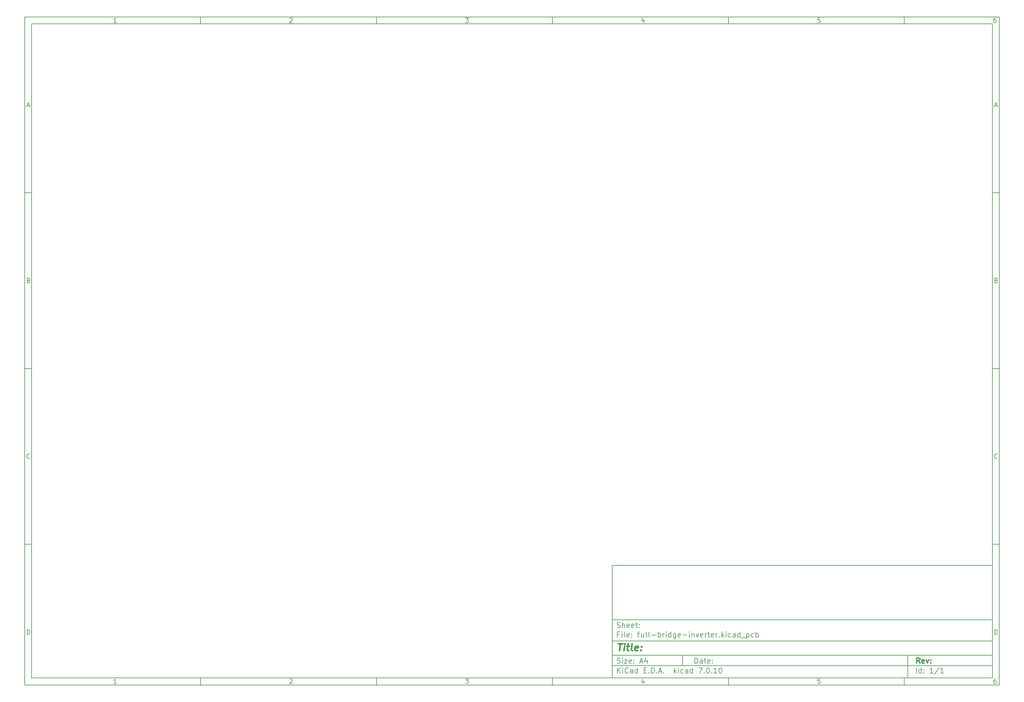
<source format=gbr>
%TF.GenerationSoftware,KiCad,Pcbnew,7.0.10*%
%TF.CreationDate,2024-06-15T06:46:59+07:00*%
%TF.ProjectId,full-bridge-inverter,66756c6c-2d62-4726-9964-67652d696e76,rev?*%
%TF.SameCoordinates,Original*%
%TF.FileFunction,Legend,Bot*%
%TF.FilePolarity,Positive*%
%FSLAX46Y46*%
G04 Gerber Fmt 4.6, Leading zero omitted, Abs format (unit mm)*
G04 Created by KiCad (PCBNEW 7.0.10) date 2024-06-15 06:46:59*
%MOMM*%
%LPD*%
G01*
G04 APERTURE LIST*
%ADD10C,0.100000*%
%ADD11C,0.150000*%
%ADD12C,0.300000*%
%ADD13C,0.400000*%
G04 APERTURE END LIST*
D10*
D11*
X177002200Y-166007200D02*
X285002200Y-166007200D01*
X285002200Y-198007200D01*
X177002200Y-198007200D01*
X177002200Y-166007200D01*
D10*
D11*
X10000000Y-10000000D02*
X287002200Y-10000000D01*
X287002200Y-200007200D01*
X10000000Y-200007200D01*
X10000000Y-10000000D01*
D10*
D11*
X12000000Y-12000000D02*
X285002200Y-12000000D01*
X285002200Y-198007200D01*
X12000000Y-198007200D01*
X12000000Y-12000000D01*
D10*
D11*
X60000000Y-12000000D02*
X60000000Y-10000000D01*
D10*
D11*
X110000000Y-12000000D02*
X110000000Y-10000000D01*
D10*
D11*
X160000000Y-12000000D02*
X160000000Y-10000000D01*
D10*
D11*
X210000000Y-12000000D02*
X210000000Y-10000000D01*
D10*
D11*
X260000000Y-12000000D02*
X260000000Y-10000000D01*
D10*
D11*
X36089160Y-11593604D02*
X35346303Y-11593604D01*
X35717731Y-11593604D02*
X35717731Y-10293604D01*
X35717731Y-10293604D02*
X35593922Y-10479319D01*
X35593922Y-10479319D02*
X35470112Y-10603128D01*
X35470112Y-10603128D02*
X35346303Y-10665033D01*
D10*
D11*
X85346303Y-10417414D02*
X85408207Y-10355509D01*
X85408207Y-10355509D02*
X85532017Y-10293604D01*
X85532017Y-10293604D02*
X85841541Y-10293604D01*
X85841541Y-10293604D02*
X85965350Y-10355509D01*
X85965350Y-10355509D02*
X86027255Y-10417414D01*
X86027255Y-10417414D02*
X86089160Y-10541223D01*
X86089160Y-10541223D02*
X86089160Y-10665033D01*
X86089160Y-10665033D02*
X86027255Y-10850747D01*
X86027255Y-10850747D02*
X85284398Y-11593604D01*
X85284398Y-11593604D02*
X86089160Y-11593604D01*
D10*
D11*
X135284398Y-10293604D02*
X136089160Y-10293604D01*
X136089160Y-10293604D02*
X135655826Y-10788842D01*
X135655826Y-10788842D02*
X135841541Y-10788842D01*
X135841541Y-10788842D02*
X135965350Y-10850747D01*
X135965350Y-10850747D02*
X136027255Y-10912652D01*
X136027255Y-10912652D02*
X136089160Y-11036461D01*
X136089160Y-11036461D02*
X136089160Y-11345985D01*
X136089160Y-11345985D02*
X136027255Y-11469795D01*
X136027255Y-11469795D02*
X135965350Y-11531700D01*
X135965350Y-11531700D02*
X135841541Y-11593604D01*
X135841541Y-11593604D02*
X135470112Y-11593604D01*
X135470112Y-11593604D02*
X135346303Y-11531700D01*
X135346303Y-11531700D02*
X135284398Y-11469795D01*
D10*
D11*
X185965350Y-10726938D02*
X185965350Y-11593604D01*
X185655826Y-10231700D02*
X185346303Y-11160271D01*
X185346303Y-11160271D02*
X186151064Y-11160271D01*
D10*
D11*
X236027255Y-10293604D02*
X235408207Y-10293604D01*
X235408207Y-10293604D02*
X235346303Y-10912652D01*
X235346303Y-10912652D02*
X235408207Y-10850747D01*
X235408207Y-10850747D02*
X235532017Y-10788842D01*
X235532017Y-10788842D02*
X235841541Y-10788842D01*
X235841541Y-10788842D02*
X235965350Y-10850747D01*
X235965350Y-10850747D02*
X236027255Y-10912652D01*
X236027255Y-10912652D02*
X236089160Y-11036461D01*
X236089160Y-11036461D02*
X236089160Y-11345985D01*
X236089160Y-11345985D02*
X236027255Y-11469795D01*
X236027255Y-11469795D02*
X235965350Y-11531700D01*
X235965350Y-11531700D02*
X235841541Y-11593604D01*
X235841541Y-11593604D02*
X235532017Y-11593604D01*
X235532017Y-11593604D02*
X235408207Y-11531700D01*
X235408207Y-11531700D02*
X235346303Y-11469795D01*
D10*
D11*
X285965350Y-10293604D02*
X285717731Y-10293604D01*
X285717731Y-10293604D02*
X285593922Y-10355509D01*
X285593922Y-10355509D02*
X285532017Y-10417414D01*
X285532017Y-10417414D02*
X285408207Y-10603128D01*
X285408207Y-10603128D02*
X285346303Y-10850747D01*
X285346303Y-10850747D02*
X285346303Y-11345985D01*
X285346303Y-11345985D02*
X285408207Y-11469795D01*
X285408207Y-11469795D02*
X285470112Y-11531700D01*
X285470112Y-11531700D02*
X285593922Y-11593604D01*
X285593922Y-11593604D02*
X285841541Y-11593604D01*
X285841541Y-11593604D02*
X285965350Y-11531700D01*
X285965350Y-11531700D02*
X286027255Y-11469795D01*
X286027255Y-11469795D02*
X286089160Y-11345985D01*
X286089160Y-11345985D02*
X286089160Y-11036461D01*
X286089160Y-11036461D02*
X286027255Y-10912652D01*
X286027255Y-10912652D02*
X285965350Y-10850747D01*
X285965350Y-10850747D02*
X285841541Y-10788842D01*
X285841541Y-10788842D02*
X285593922Y-10788842D01*
X285593922Y-10788842D02*
X285470112Y-10850747D01*
X285470112Y-10850747D02*
X285408207Y-10912652D01*
X285408207Y-10912652D02*
X285346303Y-11036461D01*
D10*
D11*
X60000000Y-198007200D02*
X60000000Y-200007200D01*
D10*
D11*
X110000000Y-198007200D02*
X110000000Y-200007200D01*
D10*
D11*
X160000000Y-198007200D02*
X160000000Y-200007200D01*
D10*
D11*
X210000000Y-198007200D02*
X210000000Y-200007200D01*
D10*
D11*
X260000000Y-198007200D02*
X260000000Y-200007200D01*
D10*
D11*
X36089160Y-199600804D02*
X35346303Y-199600804D01*
X35717731Y-199600804D02*
X35717731Y-198300804D01*
X35717731Y-198300804D02*
X35593922Y-198486519D01*
X35593922Y-198486519D02*
X35470112Y-198610328D01*
X35470112Y-198610328D02*
X35346303Y-198672233D01*
D10*
D11*
X85346303Y-198424614D02*
X85408207Y-198362709D01*
X85408207Y-198362709D02*
X85532017Y-198300804D01*
X85532017Y-198300804D02*
X85841541Y-198300804D01*
X85841541Y-198300804D02*
X85965350Y-198362709D01*
X85965350Y-198362709D02*
X86027255Y-198424614D01*
X86027255Y-198424614D02*
X86089160Y-198548423D01*
X86089160Y-198548423D02*
X86089160Y-198672233D01*
X86089160Y-198672233D02*
X86027255Y-198857947D01*
X86027255Y-198857947D02*
X85284398Y-199600804D01*
X85284398Y-199600804D02*
X86089160Y-199600804D01*
D10*
D11*
X135284398Y-198300804D02*
X136089160Y-198300804D01*
X136089160Y-198300804D02*
X135655826Y-198796042D01*
X135655826Y-198796042D02*
X135841541Y-198796042D01*
X135841541Y-198796042D02*
X135965350Y-198857947D01*
X135965350Y-198857947D02*
X136027255Y-198919852D01*
X136027255Y-198919852D02*
X136089160Y-199043661D01*
X136089160Y-199043661D02*
X136089160Y-199353185D01*
X136089160Y-199353185D02*
X136027255Y-199476995D01*
X136027255Y-199476995D02*
X135965350Y-199538900D01*
X135965350Y-199538900D02*
X135841541Y-199600804D01*
X135841541Y-199600804D02*
X135470112Y-199600804D01*
X135470112Y-199600804D02*
X135346303Y-199538900D01*
X135346303Y-199538900D02*
X135284398Y-199476995D01*
D10*
D11*
X185965350Y-198734138D02*
X185965350Y-199600804D01*
X185655826Y-198238900D02*
X185346303Y-199167471D01*
X185346303Y-199167471D02*
X186151064Y-199167471D01*
D10*
D11*
X236027255Y-198300804D02*
X235408207Y-198300804D01*
X235408207Y-198300804D02*
X235346303Y-198919852D01*
X235346303Y-198919852D02*
X235408207Y-198857947D01*
X235408207Y-198857947D02*
X235532017Y-198796042D01*
X235532017Y-198796042D02*
X235841541Y-198796042D01*
X235841541Y-198796042D02*
X235965350Y-198857947D01*
X235965350Y-198857947D02*
X236027255Y-198919852D01*
X236027255Y-198919852D02*
X236089160Y-199043661D01*
X236089160Y-199043661D02*
X236089160Y-199353185D01*
X236089160Y-199353185D02*
X236027255Y-199476995D01*
X236027255Y-199476995D02*
X235965350Y-199538900D01*
X235965350Y-199538900D02*
X235841541Y-199600804D01*
X235841541Y-199600804D02*
X235532017Y-199600804D01*
X235532017Y-199600804D02*
X235408207Y-199538900D01*
X235408207Y-199538900D02*
X235346303Y-199476995D01*
D10*
D11*
X285965350Y-198300804D02*
X285717731Y-198300804D01*
X285717731Y-198300804D02*
X285593922Y-198362709D01*
X285593922Y-198362709D02*
X285532017Y-198424614D01*
X285532017Y-198424614D02*
X285408207Y-198610328D01*
X285408207Y-198610328D02*
X285346303Y-198857947D01*
X285346303Y-198857947D02*
X285346303Y-199353185D01*
X285346303Y-199353185D02*
X285408207Y-199476995D01*
X285408207Y-199476995D02*
X285470112Y-199538900D01*
X285470112Y-199538900D02*
X285593922Y-199600804D01*
X285593922Y-199600804D02*
X285841541Y-199600804D01*
X285841541Y-199600804D02*
X285965350Y-199538900D01*
X285965350Y-199538900D02*
X286027255Y-199476995D01*
X286027255Y-199476995D02*
X286089160Y-199353185D01*
X286089160Y-199353185D02*
X286089160Y-199043661D01*
X286089160Y-199043661D02*
X286027255Y-198919852D01*
X286027255Y-198919852D02*
X285965350Y-198857947D01*
X285965350Y-198857947D02*
X285841541Y-198796042D01*
X285841541Y-198796042D02*
X285593922Y-198796042D01*
X285593922Y-198796042D02*
X285470112Y-198857947D01*
X285470112Y-198857947D02*
X285408207Y-198919852D01*
X285408207Y-198919852D02*
X285346303Y-199043661D01*
D10*
D11*
X10000000Y-60000000D02*
X12000000Y-60000000D01*
D10*
D11*
X10000000Y-110000000D02*
X12000000Y-110000000D01*
D10*
D11*
X10000000Y-160000000D02*
X12000000Y-160000000D01*
D10*
D11*
X10690476Y-35222176D02*
X11309523Y-35222176D01*
X10566666Y-35593604D02*
X10999999Y-34293604D01*
X10999999Y-34293604D02*
X11433333Y-35593604D01*
D10*
D11*
X11092857Y-84912652D02*
X11278571Y-84974557D01*
X11278571Y-84974557D02*
X11340476Y-85036461D01*
X11340476Y-85036461D02*
X11402380Y-85160271D01*
X11402380Y-85160271D02*
X11402380Y-85345985D01*
X11402380Y-85345985D02*
X11340476Y-85469795D01*
X11340476Y-85469795D02*
X11278571Y-85531700D01*
X11278571Y-85531700D02*
X11154761Y-85593604D01*
X11154761Y-85593604D02*
X10659523Y-85593604D01*
X10659523Y-85593604D02*
X10659523Y-84293604D01*
X10659523Y-84293604D02*
X11092857Y-84293604D01*
X11092857Y-84293604D02*
X11216666Y-84355509D01*
X11216666Y-84355509D02*
X11278571Y-84417414D01*
X11278571Y-84417414D02*
X11340476Y-84541223D01*
X11340476Y-84541223D02*
X11340476Y-84665033D01*
X11340476Y-84665033D02*
X11278571Y-84788842D01*
X11278571Y-84788842D02*
X11216666Y-84850747D01*
X11216666Y-84850747D02*
X11092857Y-84912652D01*
X11092857Y-84912652D02*
X10659523Y-84912652D01*
D10*
D11*
X11402380Y-135469795D02*
X11340476Y-135531700D01*
X11340476Y-135531700D02*
X11154761Y-135593604D01*
X11154761Y-135593604D02*
X11030952Y-135593604D01*
X11030952Y-135593604D02*
X10845238Y-135531700D01*
X10845238Y-135531700D02*
X10721428Y-135407890D01*
X10721428Y-135407890D02*
X10659523Y-135284080D01*
X10659523Y-135284080D02*
X10597619Y-135036461D01*
X10597619Y-135036461D02*
X10597619Y-134850747D01*
X10597619Y-134850747D02*
X10659523Y-134603128D01*
X10659523Y-134603128D02*
X10721428Y-134479319D01*
X10721428Y-134479319D02*
X10845238Y-134355509D01*
X10845238Y-134355509D02*
X11030952Y-134293604D01*
X11030952Y-134293604D02*
X11154761Y-134293604D01*
X11154761Y-134293604D02*
X11340476Y-134355509D01*
X11340476Y-134355509D02*
X11402380Y-134417414D01*
D10*
D11*
X10659523Y-185593604D02*
X10659523Y-184293604D01*
X10659523Y-184293604D02*
X10969047Y-184293604D01*
X10969047Y-184293604D02*
X11154761Y-184355509D01*
X11154761Y-184355509D02*
X11278571Y-184479319D01*
X11278571Y-184479319D02*
X11340476Y-184603128D01*
X11340476Y-184603128D02*
X11402380Y-184850747D01*
X11402380Y-184850747D02*
X11402380Y-185036461D01*
X11402380Y-185036461D02*
X11340476Y-185284080D01*
X11340476Y-185284080D02*
X11278571Y-185407890D01*
X11278571Y-185407890D02*
X11154761Y-185531700D01*
X11154761Y-185531700D02*
X10969047Y-185593604D01*
X10969047Y-185593604D02*
X10659523Y-185593604D01*
D10*
D11*
X287002200Y-60000000D02*
X285002200Y-60000000D01*
D10*
D11*
X287002200Y-110000000D02*
X285002200Y-110000000D01*
D10*
D11*
X287002200Y-160000000D02*
X285002200Y-160000000D01*
D10*
D11*
X285692676Y-35222176D02*
X286311723Y-35222176D01*
X285568866Y-35593604D02*
X286002199Y-34293604D01*
X286002199Y-34293604D02*
X286435533Y-35593604D01*
D10*
D11*
X286095057Y-84912652D02*
X286280771Y-84974557D01*
X286280771Y-84974557D02*
X286342676Y-85036461D01*
X286342676Y-85036461D02*
X286404580Y-85160271D01*
X286404580Y-85160271D02*
X286404580Y-85345985D01*
X286404580Y-85345985D02*
X286342676Y-85469795D01*
X286342676Y-85469795D02*
X286280771Y-85531700D01*
X286280771Y-85531700D02*
X286156961Y-85593604D01*
X286156961Y-85593604D02*
X285661723Y-85593604D01*
X285661723Y-85593604D02*
X285661723Y-84293604D01*
X285661723Y-84293604D02*
X286095057Y-84293604D01*
X286095057Y-84293604D02*
X286218866Y-84355509D01*
X286218866Y-84355509D02*
X286280771Y-84417414D01*
X286280771Y-84417414D02*
X286342676Y-84541223D01*
X286342676Y-84541223D02*
X286342676Y-84665033D01*
X286342676Y-84665033D02*
X286280771Y-84788842D01*
X286280771Y-84788842D02*
X286218866Y-84850747D01*
X286218866Y-84850747D02*
X286095057Y-84912652D01*
X286095057Y-84912652D02*
X285661723Y-84912652D01*
D10*
D11*
X286404580Y-135469795D02*
X286342676Y-135531700D01*
X286342676Y-135531700D02*
X286156961Y-135593604D01*
X286156961Y-135593604D02*
X286033152Y-135593604D01*
X286033152Y-135593604D02*
X285847438Y-135531700D01*
X285847438Y-135531700D02*
X285723628Y-135407890D01*
X285723628Y-135407890D02*
X285661723Y-135284080D01*
X285661723Y-135284080D02*
X285599819Y-135036461D01*
X285599819Y-135036461D02*
X285599819Y-134850747D01*
X285599819Y-134850747D02*
X285661723Y-134603128D01*
X285661723Y-134603128D02*
X285723628Y-134479319D01*
X285723628Y-134479319D02*
X285847438Y-134355509D01*
X285847438Y-134355509D02*
X286033152Y-134293604D01*
X286033152Y-134293604D02*
X286156961Y-134293604D01*
X286156961Y-134293604D02*
X286342676Y-134355509D01*
X286342676Y-134355509D02*
X286404580Y-134417414D01*
D10*
D11*
X285661723Y-185593604D02*
X285661723Y-184293604D01*
X285661723Y-184293604D02*
X285971247Y-184293604D01*
X285971247Y-184293604D02*
X286156961Y-184355509D01*
X286156961Y-184355509D02*
X286280771Y-184479319D01*
X286280771Y-184479319D02*
X286342676Y-184603128D01*
X286342676Y-184603128D02*
X286404580Y-184850747D01*
X286404580Y-184850747D02*
X286404580Y-185036461D01*
X286404580Y-185036461D02*
X286342676Y-185284080D01*
X286342676Y-185284080D02*
X286280771Y-185407890D01*
X286280771Y-185407890D02*
X286156961Y-185531700D01*
X286156961Y-185531700D02*
X285971247Y-185593604D01*
X285971247Y-185593604D02*
X285661723Y-185593604D01*
D10*
D11*
X200458026Y-193793328D02*
X200458026Y-192293328D01*
X200458026Y-192293328D02*
X200815169Y-192293328D01*
X200815169Y-192293328D02*
X201029455Y-192364757D01*
X201029455Y-192364757D02*
X201172312Y-192507614D01*
X201172312Y-192507614D02*
X201243741Y-192650471D01*
X201243741Y-192650471D02*
X201315169Y-192936185D01*
X201315169Y-192936185D02*
X201315169Y-193150471D01*
X201315169Y-193150471D02*
X201243741Y-193436185D01*
X201243741Y-193436185D02*
X201172312Y-193579042D01*
X201172312Y-193579042D02*
X201029455Y-193721900D01*
X201029455Y-193721900D02*
X200815169Y-193793328D01*
X200815169Y-193793328D02*
X200458026Y-193793328D01*
X202600884Y-193793328D02*
X202600884Y-193007614D01*
X202600884Y-193007614D02*
X202529455Y-192864757D01*
X202529455Y-192864757D02*
X202386598Y-192793328D01*
X202386598Y-192793328D02*
X202100884Y-192793328D01*
X202100884Y-192793328D02*
X201958026Y-192864757D01*
X202600884Y-193721900D02*
X202458026Y-193793328D01*
X202458026Y-193793328D02*
X202100884Y-193793328D01*
X202100884Y-193793328D02*
X201958026Y-193721900D01*
X201958026Y-193721900D02*
X201886598Y-193579042D01*
X201886598Y-193579042D02*
X201886598Y-193436185D01*
X201886598Y-193436185D02*
X201958026Y-193293328D01*
X201958026Y-193293328D02*
X202100884Y-193221900D01*
X202100884Y-193221900D02*
X202458026Y-193221900D01*
X202458026Y-193221900D02*
X202600884Y-193150471D01*
X203100884Y-192793328D02*
X203672312Y-192793328D01*
X203315169Y-192293328D02*
X203315169Y-193579042D01*
X203315169Y-193579042D02*
X203386598Y-193721900D01*
X203386598Y-193721900D02*
X203529455Y-193793328D01*
X203529455Y-193793328D02*
X203672312Y-193793328D01*
X204743741Y-193721900D02*
X204600884Y-193793328D01*
X204600884Y-193793328D02*
X204315170Y-193793328D01*
X204315170Y-193793328D02*
X204172312Y-193721900D01*
X204172312Y-193721900D02*
X204100884Y-193579042D01*
X204100884Y-193579042D02*
X204100884Y-193007614D01*
X204100884Y-193007614D02*
X204172312Y-192864757D01*
X204172312Y-192864757D02*
X204315170Y-192793328D01*
X204315170Y-192793328D02*
X204600884Y-192793328D01*
X204600884Y-192793328D02*
X204743741Y-192864757D01*
X204743741Y-192864757D02*
X204815170Y-193007614D01*
X204815170Y-193007614D02*
X204815170Y-193150471D01*
X204815170Y-193150471D02*
X204100884Y-193293328D01*
X205458026Y-193650471D02*
X205529455Y-193721900D01*
X205529455Y-193721900D02*
X205458026Y-193793328D01*
X205458026Y-193793328D02*
X205386598Y-193721900D01*
X205386598Y-193721900D02*
X205458026Y-193650471D01*
X205458026Y-193650471D02*
X205458026Y-193793328D01*
X205458026Y-192864757D02*
X205529455Y-192936185D01*
X205529455Y-192936185D02*
X205458026Y-193007614D01*
X205458026Y-193007614D02*
X205386598Y-192936185D01*
X205386598Y-192936185D02*
X205458026Y-192864757D01*
X205458026Y-192864757D02*
X205458026Y-193007614D01*
D10*
D11*
X177002200Y-194507200D02*
X285002200Y-194507200D01*
D10*
D11*
X178458026Y-196593328D02*
X178458026Y-195093328D01*
X179315169Y-196593328D02*
X178672312Y-195736185D01*
X179315169Y-195093328D02*
X178458026Y-195950471D01*
X179958026Y-196593328D02*
X179958026Y-195593328D01*
X179958026Y-195093328D02*
X179886598Y-195164757D01*
X179886598Y-195164757D02*
X179958026Y-195236185D01*
X179958026Y-195236185D02*
X180029455Y-195164757D01*
X180029455Y-195164757D02*
X179958026Y-195093328D01*
X179958026Y-195093328D02*
X179958026Y-195236185D01*
X181529455Y-196450471D02*
X181458027Y-196521900D01*
X181458027Y-196521900D02*
X181243741Y-196593328D01*
X181243741Y-196593328D02*
X181100884Y-196593328D01*
X181100884Y-196593328D02*
X180886598Y-196521900D01*
X180886598Y-196521900D02*
X180743741Y-196379042D01*
X180743741Y-196379042D02*
X180672312Y-196236185D01*
X180672312Y-196236185D02*
X180600884Y-195950471D01*
X180600884Y-195950471D02*
X180600884Y-195736185D01*
X180600884Y-195736185D02*
X180672312Y-195450471D01*
X180672312Y-195450471D02*
X180743741Y-195307614D01*
X180743741Y-195307614D02*
X180886598Y-195164757D01*
X180886598Y-195164757D02*
X181100884Y-195093328D01*
X181100884Y-195093328D02*
X181243741Y-195093328D01*
X181243741Y-195093328D02*
X181458027Y-195164757D01*
X181458027Y-195164757D02*
X181529455Y-195236185D01*
X182815170Y-196593328D02*
X182815170Y-195807614D01*
X182815170Y-195807614D02*
X182743741Y-195664757D01*
X182743741Y-195664757D02*
X182600884Y-195593328D01*
X182600884Y-195593328D02*
X182315170Y-195593328D01*
X182315170Y-195593328D02*
X182172312Y-195664757D01*
X182815170Y-196521900D02*
X182672312Y-196593328D01*
X182672312Y-196593328D02*
X182315170Y-196593328D01*
X182315170Y-196593328D02*
X182172312Y-196521900D01*
X182172312Y-196521900D02*
X182100884Y-196379042D01*
X182100884Y-196379042D02*
X182100884Y-196236185D01*
X182100884Y-196236185D02*
X182172312Y-196093328D01*
X182172312Y-196093328D02*
X182315170Y-196021900D01*
X182315170Y-196021900D02*
X182672312Y-196021900D01*
X182672312Y-196021900D02*
X182815170Y-195950471D01*
X184172313Y-196593328D02*
X184172313Y-195093328D01*
X184172313Y-196521900D02*
X184029455Y-196593328D01*
X184029455Y-196593328D02*
X183743741Y-196593328D01*
X183743741Y-196593328D02*
X183600884Y-196521900D01*
X183600884Y-196521900D02*
X183529455Y-196450471D01*
X183529455Y-196450471D02*
X183458027Y-196307614D01*
X183458027Y-196307614D02*
X183458027Y-195879042D01*
X183458027Y-195879042D02*
X183529455Y-195736185D01*
X183529455Y-195736185D02*
X183600884Y-195664757D01*
X183600884Y-195664757D02*
X183743741Y-195593328D01*
X183743741Y-195593328D02*
X184029455Y-195593328D01*
X184029455Y-195593328D02*
X184172313Y-195664757D01*
X186029455Y-195807614D02*
X186529455Y-195807614D01*
X186743741Y-196593328D02*
X186029455Y-196593328D01*
X186029455Y-196593328D02*
X186029455Y-195093328D01*
X186029455Y-195093328D02*
X186743741Y-195093328D01*
X187386598Y-196450471D02*
X187458027Y-196521900D01*
X187458027Y-196521900D02*
X187386598Y-196593328D01*
X187386598Y-196593328D02*
X187315170Y-196521900D01*
X187315170Y-196521900D02*
X187386598Y-196450471D01*
X187386598Y-196450471D02*
X187386598Y-196593328D01*
X188100884Y-196593328D02*
X188100884Y-195093328D01*
X188100884Y-195093328D02*
X188458027Y-195093328D01*
X188458027Y-195093328D02*
X188672313Y-195164757D01*
X188672313Y-195164757D02*
X188815170Y-195307614D01*
X188815170Y-195307614D02*
X188886599Y-195450471D01*
X188886599Y-195450471D02*
X188958027Y-195736185D01*
X188958027Y-195736185D02*
X188958027Y-195950471D01*
X188958027Y-195950471D02*
X188886599Y-196236185D01*
X188886599Y-196236185D02*
X188815170Y-196379042D01*
X188815170Y-196379042D02*
X188672313Y-196521900D01*
X188672313Y-196521900D02*
X188458027Y-196593328D01*
X188458027Y-196593328D02*
X188100884Y-196593328D01*
X189600884Y-196450471D02*
X189672313Y-196521900D01*
X189672313Y-196521900D02*
X189600884Y-196593328D01*
X189600884Y-196593328D02*
X189529456Y-196521900D01*
X189529456Y-196521900D02*
X189600884Y-196450471D01*
X189600884Y-196450471D02*
X189600884Y-196593328D01*
X190243742Y-196164757D02*
X190958028Y-196164757D01*
X190100885Y-196593328D02*
X190600885Y-195093328D01*
X190600885Y-195093328D02*
X191100885Y-196593328D01*
X191600884Y-196450471D02*
X191672313Y-196521900D01*
X191672313Y-196521900D02*
X191600884Y-196593328D01*
X191600884Y-196593328D02*
X191529456Y-196521900D01*
X191529456Y-196521900D02*
X191600884Y-196450471D01*
X191600884Y-196450471D02*
X191600884Y-196593328D01*
X194600884Y-196593328D02*
X194600884Y-195093328D01*
X194743742Y-196021900D02*
X195172313Y-196593328D01*
X195172313Y-195593328D02*
X194600884Y-196164757D01*
X195815170Y-196593328D02*
X195815170Y-195593328D01*
X195815170Y-195093328D02*
X195743742Y-195164757D01*
X195743742Y-195164757D02*
X195815170Y-195236185D01*
X195815170Y-195236185D02*
X195886599Y-195164757D01*
X195886599Y-195164757D02*
X195815170Y-195093328D01*
X195815170Y-195093328D02*
X195815170Y-195236185D01*
X197172314Y-196521900D02*
X197029456Y-196593328D01*
X197029456Y-196593328D02*
X196743742Y-196593328D01*
X196743742Y-196593328D02*
X196600885Y-196521900D01*
X196600885Y-196521900D02*
X196529456Y-196450471D01*
X196529456Y-196450471D02*
X196458028Y-196307614D01*
X196458028Y-196307614D02*
X196458028Y-195879042D01*
X196458028Y-195879042D02*
X196529456Y-195736185D01*
X196529456Y-195736185D02*
X196600885Y-195664757D01*
X196600885Y-195664757D02*
X196743742Y-195593328D01*
X196743742Y-195593328D02*
X197029456Y-195593328D01*
X197029456Y-195593328D02*
X197172314Y-195664757D01*
X198458028Y-196593328D02*
X198458028Y-195807614D01*
X198458028Y-195807614D02*
X198386599Y-195664757D01*
X198386599Y-195664757D02*
X198243742Y-195593328D01*
X198243742Y-195593328D02*
X197958028Y-195593328D01*
X197958028Y-195593328D02*
X197815170Y-195664757D01*
X198458028Y-196521900D02*
X198315170Y-196593328D01*
X198315170Y-196593328D02*
X197958028Y-196593328D01*
X197958028Y-196593328D02*
X197815170Y-196521900D01*
X197815170Y-196521900D02*
X197743742Y-196379042D01*
X197743742Y-196379042D02*
X197743742Y-196236185D01*
X197743742Y-196236185D02*
X197815170Y-196093328D01*
X197815170Y-196093328D02*
X197958028Y-196021900D01*
X197958028Y-196021900D02*
X198315170Y-196021900D01*
X198315170Y-196021900D02*
X198458028Y-195950471D01*
X199815171Y-196593328D02*
X199815171Y-195093328D01*
X199815171Y-196521900D02*
X199672313Y-196593328D01*
X199672313Y-196593328D02*
X199386599Y-196593328D01*
X199386599Y-196593328D02*
X199243742Y-196521900D01*
X199243742Y-196521900D02*
X199172313Y-196450471D01*
X199172313Y-196450471D02*
X199100885Y-196307614D01*
X199100885Y-196307614D02*
X199100885Y-195879042D01*
X199100885Y-195879042D02*
X199172313Y-195736185D01*
X199172313Y-195736185D02*
X199243742Y-195664757D01*
X199243742Y-195664757D02*
X199386599Y-195593328D01*
X199386599Y-195593328D02*
X199672313Y-195593328D01*
X199672313Y-195593328D02*
X199815171Y-195664757D01*
X201529456Y-195093328D02*
X202529456Y-195093328D01*
X202529456Y-195093328D02*
X201886599Y-196593328D01*
X203100884Y-196450471D02*
X203172313Y-196521900D01*
X203172313Y-196521900D02*
X203100884Y-196593328D01*
X203100884Y-196593328D02*
X203029456Y-196521900D01*
X203029456Y-196521900D02*
X203100884Y-196450471D01*
X203100884Y-196450471D02*
X203100884Y-196593328D01*
X204100885Y-195093328D02*
X204243742Y-195093328D01*
X204243742Y-195093328D02*
X204386599Y-195164757D01*
X204386599Y-195164757D02*
X204458028Y-195236185D01*
X204458028Y-195236185D02*
X204529456Y-195379042D01*
X204529456Y-195379042D02*
X204600885Y-195664757D01*
X204600885Y-195664757D02*
X204600885Y-196021900D01*
X204600885Y-196021900D02*
X204529456Y-196307614D01*
X204529456Y-196307614D02*
X204458028Y-196450471D01*
X204458028Y-196450471D02*
X204386599Y-196521900D01*
X204386599Y-196521900D02*
X204243742Y-196593328D01*
X204243742Y-196593328D02*
X204100885Y-196593328D01*
X204100885Y-196593328D02*
X203958028Y-196521900D01*
X203958028Y-196521900D02*
X203886599Y-196450471D01*
X203886599Y-196450471D02*
X203815170Y-196307614D01*
X203815170Y-196307614D02*
X203743742Y-196021900D01*
X203743742Y-196021900D02*
X203743742Y-195664757D01*
X203743742Y-195664757D02*
X203815170Y-195379042D01*
X203815170Y-195379042D02*
X203886599Y-195236185D01*
X203886599Y-195236185D02*
X203958028Y-195164757D01*
X203958028Y-195164757D02*
X204100885Y-195093328D01*
X205243741Y-196450471D02*
X205315170Y-196521900D01*
X205315170Y-196521900D02*
X205243741Y-196593328D01*
X205243741Y-196593328D02*
X205172313Y-196521900D01*
X205172313Y-196521900D02*
X205243741Y-196450471D01*
X205243741Y-196450471D02*
X205243741Y-196593328D01*
X206743742Y-196593328D02*
X205886599Y-196593328D01*
X206315170Y-196593328D02*
X206315170Y-195093328D01*
X206315170Y-195093328D02*
X206172313Y-195307614D01*
X206172313Y-195307614D02*
X206029456Y-195450471D01*
X206029456Y-195450471D02*
X205886599Y-195521900D01*
X207672313Y-195093328D02*
X207815170Y-195093328D01*
X207815170Y-195093328D02*
X207958027Y-195164757D01*
X207958027Y-195164757D02*
X208029456Y-195236185D01*
X208029456Y-195236185D02*
X208100884Y-195379042D01*
X208100884Y-195379042D02*
X208172313Y-195664757D01*
X208172313Y-195664757D02*
X208172313Y-196021900D01*
X208172313Y-196021900D02*
X208100884Y-196307614D01*
X208100884Y-196307614D02*
X208029456Y-196450471D01*
X208029456Y-196450471D02*
X207958027Y-196521900D01*
X207958027Y-196521900D02*
X207815170Y-196593328D01*
X207815170Y-196593328D02*
X207672313Y-196593328D01*
X207672313Y-196593328D02*
X207529456Y-196521900D01*
X207529456Y-196521900D02*
X207458027Y-196450471D01*
X207458027Y-196450471D02*
X207386598Y-196307614D01*
X207386598Y-196307614D02*
X207315170Y-196021900D01*
X207315170Y-196021900D02*
X207315170Y-195664757D01*
X207315170Y-195664757D02*
X207386598Y-195379042D01*
X207386598Y-195379042D02*
X207458027Y-195236185D01*
X207458027Y-195236185D02*
X207529456Y-195164757D01*
X207529456Y-195164757D02*
X207672313Y-195093328D01*
D10*
D11*
X177002200Y-191507200D02*
X285002200Y-191507200D01*
D10*
D12*
X264413853Y-193785528D02*
X263913853Y-193071242D01*
X263556710Y-193785528D02*
X263556710Y-192285528D01*
X263556710Y-192285528D02*
X264128139Y-192285528D01*
X264128139Y-192285528D02*
X264270996Y-192356957D01*
X264270996Y-192356957D02*
X264342425Y-192428385D01*
X264342425Y-192428385D02*
X264413853Y-192571242D01*
X264413853Y-192571242D02*
X264413853Y-192785528D01*
X264413853Y-192785528D02*
X264342425Y-192928385D01*
X264342425Y-192928385D02*
X264270996Y-192999814D01*
X264270996Y-192999814D02*
X264128139Y-193071242D01*
X264128139Y-193071242D02*
X263556710Y-193071242D01*
X265628139Y-193714100D02*
X265485282Y-193785528D01*
X265485282Y-193785528D02*
X265199568Y-193785528D01*
X265199568Y-193785528D02*
X265056710Y-193714100D01*
X265056710Y-193714100D02*
X264985282Y-193571242D01*
X264985282Y-193571242D02*
X264985282Y-192999814D01*
X264985282Y-192999814D02*
X265056710Y-192856957D01*
X265056710Y-192856957D02*
X265199568Y-192785528D01*
X265199568Y-192785528D02*
X265485282Y-192785528D01*
X265485282Y-192785528D02*
X265628139Y-192856957D01*
X265628139Y-192856957D02*
X265699568Y-192999814D01*
X265699568Y-192999814D02*
X265699568Y-193142671D01*
X265699568Y-193142671D02*
X264985282Y-193285528D01*
X266199567Y-192785528D02*
X266556710Y-193785528D01*
X266556710Y-193785528D02*
X266913853Y-192785528D01*
X267485281Y-193642671D02*
X267556710Y-193714100D01*
X267556710Y-193714100D02*
X267485281Y-193785528D01*
X267485281Y-193785528D02*
X267413853Y-193714100D01*
X267413853Y-193714100D02*
X267485281Y-193642671D01*
X267485281Y-193642671D02*
X267485281Y-193785528D01*
X267485281Y-192856957D02*
X267556710Y-192928385D01*
X267556710Y-192928385D02*
X267485281Y-192999814D01*
X267485281Y-192999814D02*
X267413853Y-192928385D01*
X267413853Y-192928385D02*
X267485281Y-192856957D01*
X267485281Y-192856957D02*
X267485281Y-192999814D01*
D10*
D11*
X178386598Y-193721900D02*
X178600884Y-193793328D01*
X178600884Y-193793328D02*
X178958026Y-193793328D01*
X178958026Y-193793328D02*
X179100884Y-193721900D01*
X179100884Y-193721900D02*
X179172312Y-193650471D01*
X179172312Y-193650471D02*
X179243741Y-193507614D01*
X179243741Y-193507614D02*
X179243741Y-193364757D01*
X179243741Y-193364757D02*
X179172312Y-193221900D01*
X179172312Y-193221900D02*
X179100884Y-193150471D01*
X179100884Y-193150471D02*
X178958026Y-193079042D01*
X178958026Y-193079042D02*
X178672312Y-193007614D01*
X178672312Y-193007614D02*
X178529455Y-192936185D01*
X178529455Y-192936185D02*
X178458026Y-192864757D01*
X178458026Y-192864757D02*
X178386598Y-192721900D01*
X178386598Y-192721900D02*
X178386598Y-192579042D01*
X178386598Y-192579042D02*
X178458026Y-192436185D01*
X178458026Y-192436185D02*
X178529455Y-192364757D01*
X178529455Y-192364757D02*
X178672312Y-192293328D01*
X178672312Y-192293328D02*
X179029455Y-192293328D01*
X179029455Y-192293328D02*
X179243741Y-192364757D01*
X179886597Y-193793328D02*
X179886597Y-192793328D01*
X179886597Y-192293328D02*
X179815169Y-192364757D01*
X179815169Y-192364757D02*
X179886597Y-192436185D01*
X179886597Y-192436185D02*
X179958026Y-192364757D01*
X179958026Y-192364757D02*
X179886597Y-192293328D01*
X179886597Y-192293328D02*
X179886597Y-192436185D01*
X180458026Y-192793328D02*
X181243741Y-192793328D01*
X181243741Y-192793328D02*
X180458026Y-193793328D01*
X180458026Y-193793328D02*
X181243741Y-193793328D01*
X182386598Y-193721900D02*
X182243741Y-193793328D01*
X182243741Y-193793328D02*
X181958027Y-193793328D01*
X181958027Y-193793328D02*
X181815169Y-193721900D01*
X181815169Y-193721900D02*
X181743741Y-193579042D01*
X181743741Y-193579042D02*
X181743741Y-193007614D01*
X181743741Y-193007614D02*
X181815169Y-192864757D01*
X181815169Y-192864757D02*
X181958027Y-192793328D01*
X181958027Y-192793328D02*
X182243741Y-192793328D01*
X182243741Y-192793328D02*
X182386598Y-192864757D01*
X182386598Y-192864757D02*
X182458027Y-193007614D01*
X182458027Y-193007614D02*
X182458027Y-193150471D01*
X182458027Y-193150471D02*
X181743741Y-193293328D01*
X183100883Y-193650471D02*
X183172312Y-193721900D01*
X183172312Y-193721900D02*
X183100883Y-193793328D01*
X183100883Y-193793328D02*
X183029455Y-193721900D01*
X183029455Y-193721900D02*
X183100883Y-193650471D01*
X183100883Y-193650471D02*
X183100883Y-193793328D01*
X183100883Y-192864757D02*
X183172312Y-192936185D01*
X183172312Y-192936185D02*
X183100883Y-193007614D01*
X183100883Y-193007614D02*
X183029455Y-192936185D01*
X183029455Y-192936185D02*
X183100883Y-192864757D01*
X183100883Y-192864757D02*
X183100883Y-193007614D01*
X184886598Y-193364757D02*
X185600884Y-193364757D01*
X184743741Y-193793328D02*
X185243741Y-192293328D01*
X185243741Y-192293328D02*
X185743741Y-193793328D01*
X186886598Y-192793328D02*
X186886598Y-193793328D01*
X186529455Y-192221900D02*
X186172312Y-193293328D01*
X186172312Y-193293328D02*
X187100883Y-193293328D01*
D10*
D11*
X263458026Y-196593328D02*
X263458026Y-195093328D01*
X264815170Y-196593328D02*
X264815170Y-195093328D01*
X264815170Y-196521900D02*
X264672312Y-196593328D01*
X264672312Y-196593328D02*
X264386598Y-196593328D01*
X264386598Y-196593328D02*
X264243741Y-196521900D01*
X264243741Y-196521900D02*
X264172312Y-196450471D01*
X264172312Y-196450471D02*
X264100884Y-196307614D01*
X264100884Y-196307614D02*
X264100884Y-195879042D01*
X264100884Y-195879042D02*
X264172312Y-195736185D01*
X264172312Y-195736185D02*
X264243741Y-195664757D01*
X264243741Y-195664757D02*
X264386598Y-195593328D01*
X264386598Y-195593328D02*
X264672312Y-195593328D01*
X264672312Y-195593328D02*
X264815170Y-195664757D01*
X265529455Y-196450471D02*
X265600884Y-196521900D01*
X265600884Y-196521900D02*
X265529455Y-196593328D01*
X265529455Y-196593328D02*
X265458027Y-196521900D01*
X265458027Y-196521900D02*
X265529455Y-196450471D01*
X265529455Y-196450471D02*
X265529455Y-196593328D01*
X265529455Y-195664757D02*
X265600884Y-195736185D01*
X265600884Y-195736185D02*
X265529455Y-195807614D01*
X265529455Y-195807614D02*
X265458027Y-195736185D01*
X265458027Y-195736185D02*
X265529455Y-195664757D01*
X265529455Y-195664757D02*
X265529455Y-195807614D01*
X268172313Y-196593328D02*
X267315170Y-196593328D01*
X267743741Y-196593328D02*
X267743741Y-195093328D01*
X267743741Y-195093328D02*
X267600884Y-195307614D01*
X267600884Y-195307614D02*
X267458027Y-195450471D01*
X267458027Y-195450471D02*
X267315170Y-195521900D01*
X269886598Y-195021900D02*
X268600884Y-196950471D01*
X271172313Y-196593328D02*
X270315170Y-196593328D01*
X270743741Y-196593328D02*
X270743741Y-195093328D01*
X270743741Y-195093328D02*
X270600884Y-195307614D01*
X270600884Y-195307614D02*
X270458027Y-195450471D01*
X270458027Y-195450471D02*
X270315170Y-195521900D01*
D10*
D11*
X177002200Y-187507200D02*
X285002200Y-187507200D01*
D10*
D13*
X178693928Y-188211638D02*
X179836785Y-188211638D01*
X179015357Y-190211638D02*
X179265357Y-188211638D01*
X180253452Y-190211638D02*
X180420119Y-188878304D01*
X180503452Y-188211638D02*
X180396309Y-188306876D01*
X180396309Y-188306876D02*
X180479643Y-188402114D01*
X180479643Y-188402114D02*
X180586786Y-188306876D01*
X180586786Y-188306876D02*
X180503452Y-188211638D01*
X180503452Y-188211638D02*
X180479643Y-188402114D01*
X181086786Y-188878304D02*
X181848690Y-188878304D01*
X181455833Y-188211638D02*
X181241548Y-189925923D01*
X181241548Y-189925923D02*
X181312976Y-190116400D01*
X181312976Y-190116400D02*
X181491548Y-190211638D01*
X181491548Y-190211638D02*
X181682024Y-190211638D01*
X182634405Y-190211638D02*
X182455833Y-190116400D01*
X182455833Y-190116400D02*
X182384405Y-189925923D01*
X182384405Y-189925923D02*
X182598690Y-188211638D01*
X184170119Y-190116400D02*
X183967738Y-190211638D01*
X183967738Y-190211638D02*
X183586785Y-190211638D01*
X183586785Y-190211638D02*
X183408214Y-190116400D01*
X183408214Y-190116400D02*
X183336785Y-189925923D01*
X183336785Y-189925923D02*
X183432024Y-189164019D01*
X183432024Y-189164019D02*
X183551071Y-188973542D01*
X183551071Y-188973542D02*
X183753452Y-188878304D01*
X183753452Y-188878304D02*
X184134404Y-188878304D01*
X184134404Y-188878304D02*
X184312976Y-188973542D01*
X184312976Y-188973542D02*
X184384404Y-189164019D01*
X184384404Y-189164019D02*
X184360595Y-189354495D01*
X184360595Y-189354495D02*
X183384404Y-189544971D01*
X185134405Y-190021161D02*
X185217738Y-190116400D01*
X185217738Y-190116400D02*
X185110595Y-190211638D01*
X185110595Y-190211638D02*
X185027262Y-190116400D01*
X185027262Y-190116400D02*
X185134405Y-190021161D01*
X185134405Y-190021161D02*
X185110595Y-190211638D01*
X185265357Y-188973542D02*
X185348690Y-189068780D01*
X185348690Y-189068780D02*
X185241548Y-189164019D01*
X185241548Y-189164019D02*
X185158214Y-189068780D01*
X185158214Y-189068780D02*
X185265357Y-188973542D01*
X185265357Y-188973542D02*
X185241548Y-189164019D01*
D10*
D11*
X178958026Y-185607614D02*
X178458026Y-185607614D01*
X178458026Y-186393328D02*
X178458026Y-184893328D01*
X178458026Y-184893328D02*
X179172312Y-184893328D01*
X179743740Y-186393328D02*
X179743740Y-185393328D01*
X179743740Y-184893328D02*
X179672312Y-184964757D01*
X179672312Y-184964757D02*
X179743740Y-185036185D01*
X179743740Y-185036185D02*
X179815169Y-184964757D01*
X179815169Y-184964757D02*
X179743740Y-184893328D01*
X179743740Y-184893328D02*
X179743740Y-185036185D01*
X180672312Y-186393328D02*
X180529455Y-186321900D01*
X180529455Y-186321900D02*
X180458026Y-186179042D01*
X180458026Y-186179042D02*
X180458026Y-184893328D01*
X181815169Y-186321900D02*
X181672312Y-186393328D01*
X181672312Y-186393328D02*
X181386598Y-186393328D01*
X181386598Y-186393328D02*
X181243740Y-186321900D01*
X181243740Y-186321900D02*
X181172312Y-186179042D01*
X181172312Y-186179042D02*
X181172312Y-185607614D01*
X181172312Y-185607614D02*
X181243740Y-185464757D01*
X181243740Y-185464757D02*
X181386598Y-185393328D01*
X181386598Y-185393328D02*
X181672312Y-185393328D01*
X181672312Y-185393328D02*
X181815169Y-185464757D01*
X181815169Y-185464757D02*
X181886598Y-185607614D01*
X181886598Y-185607614D02*
X181886598Y-185750471D01*
X181886598Y-185750471D02*
X181172312Y-185893328D01*
X182529454Y-186250471D02*
X182600883Y-186321900D01*
X182600883Y-186321900D02*
X182529454Y-186393328D01*
X182529454Y-186393328D02*
X182458026Y-186321900D01*
X182458026Y-186321900D02*
X182529454Y-186250471D01*
X182529454Y-186250471D02*
X182529454Y-186393328D01*
X182529454Y-185464757D02*
X182600883Y-185536185D01*
X182600883Y-185536185D02*
X182529454Y-185607614D01*
X182529454Y-185607614D02*
X182458026Y-185536185D01*
X182458026Y-185536185D02*
X182529454Y-185464757D01*
X182529454Y-185464757D02*
X182529454Y-185607614D01*
X184172312Y-185393328D02*
X184743740Y-185393328D01*
X184386597Y-186393328D02*
X184386597Y-185107614D01*
X184386597Y-185107614D02*
X184458026Y-184964757D01*
X184458026Y-184964757D02*
X184600883Y-184893328D01*
X184600883Y-184893328D02*
X184743740Y-184893328D01*
X185886598Y-185393328D02*
X185886598Y-186393328D01*
X185243740Y-185393328D02*
X185243740Y-186179042D01*
X185243740Y-186179042D02*
X185315169Y-186321900D01*
X185315169Y-186321900D02*
X185458026Y-186393328D01*
X185458026Y-186393328D02*
X185672312Y-186393328D01*
X185672312Y-186393328D02*
X185815169Y-186321900D01*
X185815169Y-186321900D02*
X185886598Y-186250471D01*
X186815169Y-186393328D02*
X186672312Y-186321900D01*
X186672312Y-186321900D02*
X186600883Y-186179042D01*
X186600883Y-186179042D02*
X186600883Y-184893328D01*
X187600883Y-186393328D02*
X187458026Y-186321900D01*
X187458026Y-186321900D02*
X187386597Y-186179042D01*
X187386597Y-186179042D02*
X187386597Y-184893328D01*
X188172311Y-185821900D02*
X189315169Y-185821900D01*
X190029454Y-186393328D02*
X190029454Y-184893328D01*
X190029454Y-185464757D02*
X190172312Y-185393328D01*
X190172312Y-185393328D02*
X190458026Y-185393328D01*
X190458026Y-185393328D02*
X190600883Y-185464757D01*
X190600883Y-185464757D02*
X190672312Y-185536185D01*
X190672312Y-185536185D02*
X190743740Y-185679042D01*
X190743740Y-185679042D02*
X190743740Y-186107614D01*
X190743740Y-186107614D02*
X190672312Y-186250471D01*
X190672312Y-186250471D02*
X190600883Y-186321900D01*
X190600883Y-186321900D02*
X190458026Y-186393328D01*
X190458026Y-186393328D02*
X190172312Y-186393328D01*
X190172312Y-186393328D02*
X190029454Y-186321900D01*
X191386597Y-186393328D02*
X191386597Y-185393328D01*
X191386597Y-185679042D02*
X191458026Y-185536185D01*
X191458026Y-185536185D02*
X191529455Y-185464757D01*
X191529455Y-185464757D02*
X191672312Y-185393328D01*
X191672312Y-185393328D02*
X191815169Y-185393328D01*
X192315168Y-186393328D02*
X192315168Y-185393328D01*
X192315168Y-184893328D02*
X192243740Y-184964757D01*
X192243740Y-184964757D02*
X192315168Y-185036185D01*
X192315168Y-185036185D02*
X192386597Y-184964757D01*
X192386597Y-184964757D02*
X192315168Y-184893328D01*
X192315168Y-184893328D02*
X192315168Y-185036185D01*
X193672312Y-186393328D02*
X193672312Y-184893328D01*
X193672312Y-186321900D02*
X193529454Y-186393328D01*
X193529454Y-186393328D02*
X193243740Y-186393328D01*
X193243740Y-186393328D02*
X193100883Y-186321900D01*
X193100883Y-186321900D02*
X193029454Y-186250471D01*
X193029454Y-186250471D02*
X192958026Y-186107614D01*
X192958026Y-186107614D02*
X192958026Y-185679042D01*
X192958026Y-185679042D02*
X193029454Y-185536185D01*
X193029454Y-185536185D02*
X193100883Y-185464757D01*
X193100883Y-185464757D02*
X193243740Y-185393328D01*
X193243740Y-185393328D02*
X193529454Y-185393328D01*
X193529454Y-185393328D02*
X193672312Y-185464757D01*
X195029455Y-185393328D02*
X195029455Y-186607614D01*
X195029455Y-186607614D02*
X194958026Y-186750471D01*
X194958026Y-186750471D02*
X194886597Y-186821900D01*
X194886597Y-186821900D02*
X194743740Y-186893328D01*
X194743740Y-186893328D02*
X194529455Y-186893328D01*
X194529455Y-186893328D02*
X194386597Y-186821900D01*
X195029455Y-186321900D02*
X194886597Y-186393328D01*
X194886597Y-186393328D02*
X194600883Y-186393328D01*
X194600883Y-186393328D02*
X194458026Y-186321900D01*
X194458026Y-186321900D02*
X194386597Y-186250471D01*
X194386597Y-186250471D02*
X194315169Y-186107614D01*
X194315169Y-186107614D02*
X194315169Y-185679042D01*
X194315169Y-185679042D02*
X194386597Y-185536185D01*
X194386597Y-185536185D02*
X194458026Y-185464757D01*
X194458026Y-185464757D02*
X194600883Y-185393328D01*
X194600883Y-185393328D02*
X194886597Y-185393328D01*
X194886597Y-185393328D02*
X195029455Y-185464757D01*
X196315169Y-186321900D02*
X196172312Y-186393328D01*
X196172312Y-186393328D02*
X195886598Y-186393328D01*
X195886598Y-186393328D02*
X195743740Y-186321900D01*
X195743740Y-186321900D02*
X195672312Y-186179042D01*
X195672312Y-186179042D02*
X195672312Y-185607614D01*
X195672312Y-185607614D02*
X195743740Y-185464757D01*
X195743740Y-185464757D02*
X195886598Y-185393328D01*
X195886598Y-185393328D02*
X196172312Y-185393328D01*
X196172312Y-185393328D02*
X196315169Y-185464757D01*
X196315169Y-185464757D02*
X196386598Y-185607614D01*
X196386598Y-185607614D02*
X196386598Y-185750471D01*
X196386598Y-185750471D02*
X195672312Y-185893328D01*
X197029454Y-185821900D02*
X198172312Y-185821900D01*
X198886597Y-186393328D02*
X198886597Y-185393328D01*
X198886597Y-184893328D02*
X198815169Y-184964757D01*
X198815169Y-184964757D02*
X198886597Y-185036185D01*
X198886597Y-185036185D02*
X198958026Y-184964757D01*
X198958026Y-184964757D02*
X198886597Y-184893328D01*
X198886597Y-184893328D02*
X198886597Y-185036185D01*
X199600883Y-185393328D02*
X199600883Y-186393328D01*
X199600883Y-185536185D02*
X199672312Y-185464757D01*
X199672312Y-185464757D02*
X199815169Y-185393328D01*
X199815169Y-185393328D02*
X200029455Y-185393328D01*
X200029455Y-185393328D02*
X200172312Y-185464757D01*
X200172312Y-185464757D02*
X200243741Y-185607614D01*
X200243741Y-185607614D02*
X200243741Y-186393328D01*
X200815169Y-185393328D02*
X201172312Y-186393328D01*
X201172312Y-186393328D02*
X201529455Y-185393328D01*
X202672312Y-186321900D02*
X202529455Y-186393328D01*
X202529455Y-186393328D02*
X202243741Y-186393328D01*
X202243741Y-186393328D02*
X202100883Y-186321900D01*
X202100883Y-186321900D02*
X202029455Y-186179042D01*
X202029455Y-186179042D02*
X202029455Y-185607614D01*
X202029455Y-185607614D02*
X202100883Y-185464757D01*
X202100883Y-185464757D02*
X202243741Y-185393328D01*
X202243741Y-185393328D02*
X202529455Y-185393328D01*
X202529455Y-185393328D02*
X202672312Y-185464757D01*
X202672312Y-185464757D02*
X202743741Y-185607614D01*
X202743741Y-185607614D02*
X202743741Y-185750471D01*
X202743741Y-185750471D02*
X202029455Y-185893328D01*
X203386597Y-186393328D02*
X203386597Y-185393328D01*
X203386597Y-185679042D02*
X203458026Y-185536185D01*
X203458026Y-185536185D02*
X203529455Y-185464757D01*
X203529455Y-185464757D02*
X203672312Y-185393328D01*
X203672312Y-185393328D02*
X203815169Y-185393328D01*
X204100883Y-185393328D02*
X204672311Y-185393328D01*
X204315168Y-184893328D02*
X204315168Y-186179042D01*
X204315168Y-186179042D02*
X204386597Y-186321900D01*
X204386597Y-186321900D02*
X204529454Y-186393328D01*
X204529454Y-186393328D02*
X204672311Y-186393328D01*
X205743740Y-186321900D02*
X205600883Y-186393328D01*
X205600883Y-186393328D02*
X205315169Y-186393328D01*
X205315169Y-186393328D02*
X205172311Y-186321900D01*
X205172311Y-186321900D02*
X205100883Y-186179042D01*
X205100883Y-186179042D02*
X205100883Y-185607614D01*
X205100883Y-185607614D02*
X205172311Y-185464757D01*
X205172311Y-185464757D02*
X205315169Y-185393328D01*
X205315169Y-185393328D02*
X205600883Y-185393328D01*
X205600883Y-185393328D02*
X205743740Y-185464757D01*
X205743740Y-185464757D02*
X205815169Y-185607614D01*
X205815169Y-185607614D02*
X205815169Y-185750471D01*
X205815169Y-185750471D02*
X205100883Y-185893328D01*
X206458025Y-186393328D02*
X206458025Y-185393328D01*
X206458025Y-185679042D02*
X206529454Y-185536185D01*
X206529454Y-185536185D02*
X206600883Y-185464757D01*
X206600883Y-185464757D02*
X206743740Y-185393328D01*
X206743740Y-185393328D02*
X206886597Y-185393328D01*
X207386596Y-186250471D02*
X207458025Y-186321900D01*
X207458025Y-186321900D02*
X207386596Y-186393328D01*
X207386596Y-186393328D02*
X207315168Y-186321900D01*
X207315168Y-186321900D02*
X207386596Y-186250471D01*
X207386596Y-186250471D02*
X207386596Y-186393328D01*
X208100882Y-186393328D02*
X208100882Y-184893328D01*
X208243740Y-185821900D02*
X208672311Y-186393328D01*
X208672311Y-185393328D02*
X208100882Y-185964757D01*
X209315168Y-186393328D02*
X209315168Y-185393328D01*
X209315168Y-184893328D02*
X209243740Y-184964757D01*
X209243740Y-184964757D02*
X209315168Y-185036185D01*
X209315168Y-185036185D02*
X209386597Y-184964757D01*
X209386597Y-184964757D02*
X209315168Y-184893328D01*
X209315168Y-184893328D02*
X209315168Y-185036185D01*
X210672312Y-186321900D02*
X210529454Y-186393328D01*
X210529454Y-186393328D02*
X210243740Y-186393328D01*
X210243740Y-186393328D02*
X210100883Y-186321900D01*
X210100883Y-186321900D02*
X210029454Y-186250471D01*
X210029454Y-186250471D02*
X209958026Y-186107614D01*
X209958026Y-186107614D02*
X209958026Y-185679042D01*
X209958026Y-185679042D02*
X210029454Y-185536185D01*
X210029454Y-185536185D02*
X210100883Y-185464757D01*
X210100883Y-185464757D02*
X210243740Y-185393328D01*
X210243740Y-185393328D02*
X210529454Y-185393328D01*
X210529454Y-185393328D02*
X210672312Y-185464757D01*
X211958026Y-186393328D02*
X211958026Y-185607614D01*
X211958026Y-185607614D02*
X211886597Y-185464757D01*
X211886597Y-185464757D02*
X211743740Y-185393328D01*
X211743740Y-185393328D02*
X211458026Y-185393328D01*
X211458026Y-185393328D02*
X211315168Y-185464757D01*
X211958026Y-186321900D02*
X211815168Y-186393328D01*
X211815168Y-186393328D02*
X211458026Y-186393328D01*
X211458026Y-186393328D02*
X211315168Y-186321900D01*
X211315168Y-186321900D02*
X211243740Y-186179042D01*
X211243740Y-186179042D02*
X211243740Y-186036185D01*
X211243740Y-186036185D02*
X211315168Y-185893328D01*
X211315168Y-185893328D02*
X211458026Y-185821900D01*
X211458026Y-185821900D02*
X211815168Y-185821900D01*
X211815168Y-185821900D02*
X211958026Y-185750471D01*
X213315169Y-186393328D02*
X213315169Y-184893328D01*
X213315169Y-186321900D02*
X213172311Y-186393328D01*
X213172311Y-186393328D02*
X212886597Y-186393328D01*
X212886597Y-186393328D02*
X212743740Y-186321900D01*
X212743740Y-186321900D02*
X212672311Y-186250471D01*
X212672311Y-186250471D02*
X212600883Y-186107614D01*
X212600883Y-186107614D02*
X212600883Y-185679042D01*
X212600883Y-185679042D02*
X212672311Y-185536185D01*
X212672311Y-185536185D02*
X212743740Y-185464757D01*
X212743740Y-185464757D02*
X212886597Y-185393328D01*
X212886597Y-185393328D02*
X213172311Y-185393328D01*
X213172311Y-185393328D02*
X213315169Y-185464757D01*
X213672312Y-186536185D02*
X214815169Y-186536185D01*
X215172311Y-185393328D02*
X215172311Y-186893328D01*
X215172311Y-185464757D02*
X215315169Y-185393328D01*
X215315169Y-185393328D02*
X215600883Y-185393328D01*
X215600883Y-185393328D02*
X215743740Y-185464757D01*
X215743740Y-185464757D02*
X215815169Y-185536185D01*
X215815169Y-185536185D02*
X215886597Y-185679042D01*
X215886597Y-185679042D02*
X215886597Y-186107614D01*
X215886597Y-186107614D02*
X215815169Y-186250471D01*
X215815169Y-186250471D02*
X215743740Y-186321900D01*
X215743740Y-186321900D02*
X215600883Y-186393328D01*
X215600883Y-186393328D02*
X215315169Y-186393328D01*
X215315169Y-186393328D02*
X215172311Y-186321900D01*
X217172312Y-186321900D02*
X217029454Y-186393328D01*
X217029454Y-186393328D02*
X216743740Y-186393328D01*
X216743740Y-186393328D02*
X216600883Y-186321900D01*
X216600883Y-186321900D02*
X216529454Y-186250471D01*
X216529454Y-186250471D02*
X216458026Y-186107614D01*
X216458026Y-186107614D02*
X216458026Y-185679042D01*
X216458026Y-185679042D02*
X216529454Y-185536185D01*
X216529454Y-185536185D02*
X216600883Y-185464757D01*
X216600883Y-185464757D02*
X216743740Y-185393328D01*
X216743740Y-185393328D02*
X217029454Y-185393328D01*
X217029454Y-185393328D02*
X217172312Y-185464757D01*
X217815168Y-186393328D02*
X217815168Y-184893328D01*
X217815168Y-185464757D02*
X217958026Y-185393328D01*
X217958026Y-185393328D02*
X218243740Y-185393328D01*
X218243740Y-185393328D02*
X218386597Y-185464757D01*
X218386597Y-185464757D02*
X218458026Y-185536185D01*
X218458026Y-185536185D02*
X218529454Y-185679042D01*
X218529454Y-185679042D02*
X218529454Y-186107614D01*
X218529454Y-186107614D02*
X218458026Y-186250471D01*
X218458026Y-186250471D02*
X218386597Y-186321900D01*
X218386597Y-186321900D02*
X218243740Y-186393328D01*
X218243740Y-186393328D02*
X217958026Y-186393328D01*
X217958026Y-186393328D02*
X217815168Y-186321900D01*
D10*
D11*
X177002200Y-181507200D02*
X285002200Y-181507200D01*
D10*
D11*
X178386598Y-183621900D02*
X178600884Y-183693328D01*
X178600884Y-183693328D02*
X178958026Y-183693328D01*
X178958026Y-183693328D02*
X179100884Y-183621900D01*
X179100884Y-183621900D02*
X179172312Y-183550471D01*
X179172312Y-183550471D02*
X179243741Y-183407614D01*
X179243741Y-183407614D02*
X179243741Y-183264757D01*
X179243741Y-183264757D02*
X179172312Y-183121900D01*
X179172312Y-183121900D02*
X179100884Y-183050471D01*
X179100884Y-183050471D02*
X178958026Y-182979042D01*
X178958026Y-182979042D02*
X178672312Y-182907614D01*
X178672312Y-182907614D02*
X178529455Y-182836185D01*
X178529455Y-182836185D02*
X178458026Y-182764757D01*
X178458026Y-182764757D02*
X178386598Y-182621900D01*
X178386598Y-182621900D02*
X178386598Y-182479042D01*
X178386598Y-182479042D02*
X178458026Y-182336185D01*
X178458026Y-182336185D02*
X178529455Y-182264757D01*
X178529455Y-182264757D02*
X178672312Y-182193328D01*
X178672312Y-182193328D02*
X179029455Y-182193328D01*
X179029455Y-182193328D02*
X179243741Y-182264757D01*
X179886597Y-183693328D02*
X179886597Y-182193328D01*
X180529455Y-183693328D02*
X180529455Y-182907614D01*
X180529455Y-182907614D02*
X180458026Y-182764757D01*
X180458026Y-182764757D02*
X180315169Y-182693328D01*
X180315169Y-182693328D02*
X180100883Y-182693328D01*
X180100883Y-182693328D02*
X179958026Y-182764757D01*
X179958026Y-182764757D02*
X179886597Y-182836185D01*
X181815169Y-183621900D02*
X181672312Y-183693328D01*
X181672312Y-183693328D02*
X181386598Y-183693328D01*
X181386598Y-183693328D02*
X181243740Y-183621900D01*
X181243740Y-183621900D02*
X181172312Y-183479042D01*
X181172312Y-183479042D02*
X181172312Y-182907614D01*
X181172312Y-182907614D02*
X181243740Y-182764757D01*
X181243740Y-182764757D02*
X181386598Y-182693328D01*
X181386598Y-182693328D02*
X181672312Y-182693328D01*
X181672312Y-182693328D02*
X181815169Y-182764757D01*
X181815169Y-182764757D02*
X181886598Y-182907614D01*
X181886598Y-182907614D02*
X181886598Y-183050471D01*
X181886598Y-183050471D02*
X181172312Y-183193328D01*
X183100883Y-183621900D02*
X182958026Y-183693328D01*
X182958026Y-183693328D02*
X182672312Y-183693328D01*
X182672312Y-183693328D02*
X182529454Y-183621900D01*
X182529454Y-183621900D02*
X182458026Y-183479042D01*
X182458026Y-183479042D02*
X182458026Y-182907614D01*
X182458026Y-182907614D02*
X182529454Y-182764757D01*
X182529454Y-182764757D02*
X182672312Y-182693328D01*
X182672312Y-182693328D02*
X182958026Y-182693328D01*
X182958026Y-182693328D02*
X183100883Y-182764757D01*
X183100883Y-182764757D02*
X183172312Y-182907614D01*
X183172312Y-182907614D02*
X183172312Y-183050471D01*
X183172312Y-183050471D02*
X182458026Y-183193328D01*
X183600883Y-182693328D02*
X184172311Y-182693328D01*
X183815168Y-182193328D02*
X183815168Y-183479042D01*
X183815168Y-183479042D02*
X183886597Y-183621900D01*
X183886597Y-183621900D02*
X184029454Y-183693328D01*
X184029454Y-183693328D02*
X184172311Y-183693328D01*
X184672311Y-183550471D02*
X184743740Y-183621900D01*
X184743740Y-183621900D02*
X184672311Y-183693328D01*
X184672311Y-183693328D02*
X184600883Y-183621900D01*
X184600883Y-183621900D02*
X184672311Y-183550471D01*
X184672311Y-183550471D02*
X184672311Y-183693328D01*
X184672311Y-182764757D02*
X184743740Y-182836185D01*
X184743740Y-182836185D02*
X184672311Y-182907614D01*
X184672311Y-182907614D02*
X184600883Y-182836185D01*
X184600883Y-182836185D02*
X184672311Y-182764757D01*
X184672311Y-182764757D02*
X184672311Y-182907614D01*
D10*
D12*
D10*
D11*
D10*
D11*
D10*
D11*
D10*
D11*
D10*
D11*
X197002200Y-191507200D02*
X197002200Y-194507200D01*
D10*
D11*
X261002200Y-191507200D02*
X261002200Y-198007200D01*
M02*

</source>
